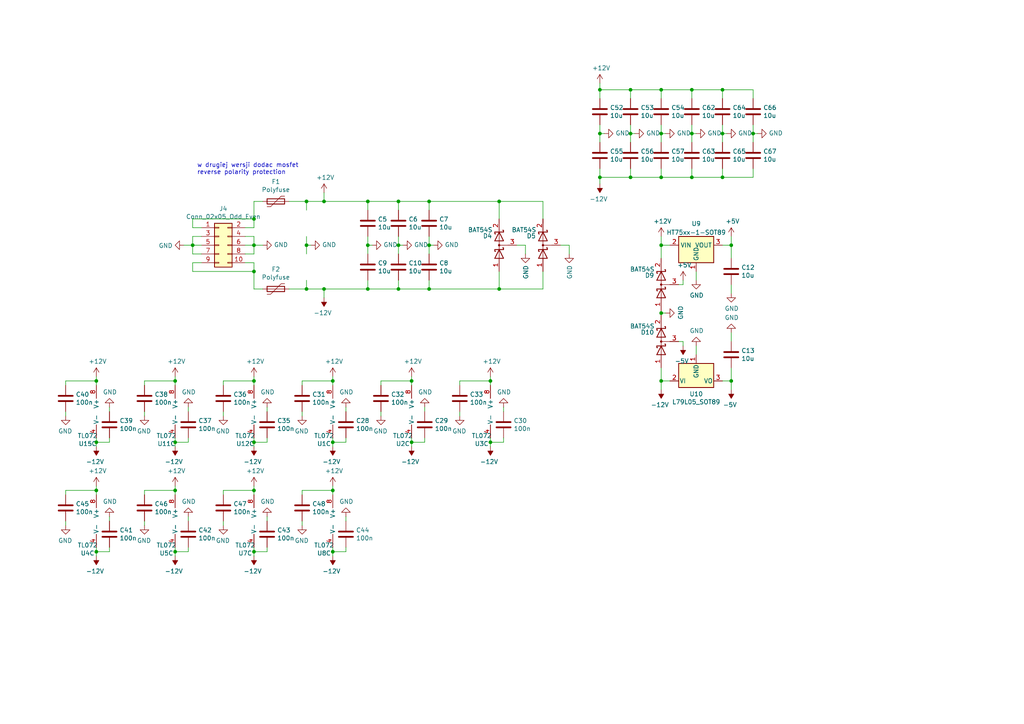
<source format=kicad_sch>
(kicad_sch (version 20231120) (generator "eeschema") (generator_version "8.0")
  (paper "A4")
  (lib_symbols
    (symbol "Amplifier_Operational:TL072" (pin_names (offset 0.127))
      (property "Reference" "U" (at 0 5.08 0))
      (property "Value" "TL072" (at 0 -5.08 0))
      (symbol "TL072_1_1"
        (polyline (pts (xy -5.08 5.08) (xy 5.08 0) (xy -5.08 -5.08) (xy -5.08 5.08)) (stroke (width 0.254)) (fill (type background)))
        (pin output line (at 7.62 0 180) (length 2.54) (name "~") (number "1"))
        (pin input line (at -7.62 -2.54 0) (length 2.54) (name "-") (number "2"))
        (pin input line (at -7.62 2.54 0) (length 2.54) (name "+") (number "3"))
      )
      (symbol "TL072_2_1"
        (polyline (pts (xy -5.08 5.08) (xy 5.08 0) (xy -5.08 -5.08) (xy -5.08 5.08)) (stroke (width 0.254)) (fill (type background)))
        (pin input line (at -7.62 2.54 0) (length 2.54) (name "+") (number "5"))
        (pin input line (at -7.62 -2.54 0) (length 2.54) (name "-") (number "6"))
        (pin output line (at 7.62 0 180) (length 2.54) (name "~") (number "7"))
      )
      (symbol "TL072_3_1"
        (pin power_in line (at -2.54 -7.62 90) (length 3.81) (name "V-") (number "4"))
        (pin power_in line (at -2.54 7.62 270) (length 3.81) (name "V+") (number "8"))
      )
    )
    (symbol "Connector_Generic:Conn_02x05_Odd_Even" (pin_names (offset 1.016) hide)
      (property "Reference" "J" (at 1.27 7.62 0))
      (property "Value" "Conn_02x05_Odd_Even" (at 1.27 -7.62 0))
      (symbol "Conn_02x05_Odd_Even_1_1"
        (rectangle (start -1.27 -4.953) (end 0 -5.207) (stroke (width 0.1524)))
        (rectangle (start -1.27 -2.413) (end 0 -2.667) (stroke (width 0.1524)))
        (rectangle (start -1.27 0.127) (end 0 -0.127) (stroke (width 0.1524)))
        (rectangle (start -1.27 2.667) (end 0 2.413) (stroke (width 0.1524)))
        (rectangle (start -1.27 5.207) (end 0 4.953) (stroke (width 0.1524)))
        (rectangle (start -1.27 6.35) (end 3.81 -6.35) (stroke (width 0.254)) (fill (type background)))
        (rectangle (start 3.81 -4.953) (end 2.54 -5.207) (stroke (width 0.1524)))
        (rectangle (start 3.81 -2.413) (end 2.54 -2.667) (stroke (width 0.1524)))
        (rectangle (start 3.81 0.127) (end 2.54 -0.127) (stroke (width 0.1524)))
        (rectangle (start 3.81 2.667) (end 2.54 2.413) (stroke (width 0.1524)))
        (rectangle (start 3.81 5.207) (end 2.54 4.953) (stroke (width 0.1524)))
        (pin passive line (at -5.08 5.08 0) (length 3.81) (name "Pin_1") (number "1"))
        (pin passive line (at 7.62 -5.08 180) (length 3.81) (name "Pin_10") (number "10"))
        (pin passive line (at 7.62 5.08 180) (length 3.81) (name "Pin_2") (number "2"))
        (pin passive line (at -5.08 2.54 0) (length 3.81) (name "Pin_3") (number "3"))
        (pin passive line (at 7.62 2.54 180) (length 3.81) (name "Pin_4") (number "4"))
        (pin passive line (at -5.08 0 0) (length 3.81) (name "Pin_5") (number "5"))
        (pin passive line (at 7.62 0 180) (length 3.81) (name "Pin_6") (number "6"))
        (pin passive line (at -5.08 -2.54 0) (length 3.81) (name "Pin_7") (number "7"))
        (pin passive line (at 7.62 -2.54 180) (length 3.81) (name "Pin_8") (number "8"))
        (pin passive line (at -5.08 -5.08 0) (length 3.81) (name "Pin_9") (number "9"))
      )
    )
    (symbol "Device:C" (pin_numbers hide) (pin_names (offset 0.254))
      (property "Reference" "C" (at 0.635 2.54 0))
      (property "Value" "C" (at 0.635 -2.54 0))
      (symbol "C_0_1"
        (polyline (pts (xy -2.032 -0.762) (xy 2.032 -0.762)) (stroke (width 0.508)))
        (polyline (pts (xy -2.032 0.762) (xy 2.032 0.762)) (stroke (width 0.508)))
      )
      (symbol "C_1_1"
        (pin passive line (at 0 3.81 270) (length 2.794) (name "~") (number "1"))
        (pin passive line (at 0 -3.81 90) (length 2.794) (name "~") (number "2"))
      )
    )
    (symbol "Device:D_Schottky_Dual_Series_AKC" (pin_names (offset 0.762) hide)
      (property "Reference" "D" (at 1.27 -2.54 0))
      (property "Value" "D_Schottky_Dual_Series_AKC" (at 0 2.54 0))
      (symbol "D_Schottky_Dual_Series_AKC_0_1"
        (polyline (pts (xy -3.81 0) (xy 3.81 0)))
        (polyline (pts (xy 0 0) (xy 0 -2.54)))
        (polyline (pts (xy 6.35 0) (xy 7.62 0)))
        (polyline (pts (xy -1.27 -1.27) (xy -1.27 1.27) (xy -1.27 1.27)) (stroke (width 0.254)))
        (polyline (pts (xy 3.81 1.27) (xy 3.81 -1.27) (xy 3.81 -1.27)) (stroke (width 0.254)))
        (polyline (pts (xy -1.27 -1.27) (xy -0.762 -1.27) (xy -0.762 -1.016) (xy -0.762 -1.016)) (stroke (width 0.254)))
        (polyline (pts (xy 3.81 -1.27) (xy 4.318 -1.27) (xy 4.318 -1.016) (xy 4.318 -1.016)) (stroke (width 0.254)))
        (polyline (pts (xy 3.81 1.27) (xy 3.302 1.27) (xy 3.302 1.016) (xy 3.302 1.016)) (stroke (width 0.254)))
        (polyline (pts (xy -1.778 1.016) (xy -1.778 1.27) (xy -1.27 1.27) (xy -1.27 1.27) (xy -1.27 1.27)) (stroke (width 0.254)))
        (polyline (pts (xy -3.81 1.27) (xy -1.27 0) (xy -3.81 -1.27) (xy -3.81 1.27) (xy -3.81 1.27) (xy -3.81 1.27)) (stroke (width 0.254)))
        (polyline (pts (xy 1.27 1.27) (xy 3.81 0) (xy 1.27 -1.27) (xy 1.27 1.27) (xy 1.27 1.27) (xy 1.27 1.27)) (stroke (width 0.254)))
        (circle (center 0 0) (radius 0.254) (fill (type outline)))
        (pin passive line (at -7.62 0 0) (length 3.81) (name "A") (number "1"))
        (pin passive line (at 7.62 0 180) (length 3.81) (name "K") (number "2"))
        (pin passive line (at 0 -5.08 90) (length 2.54) (name "common") (number "3"))
      )
    )
    (symbol "Device:Polyfuse" (pin_numbers hide) (pin_names (offset 0))
      (property "Reference" "F" (at -2.54 0 90))
      (property "Value" "Polyfuse" (at 2.54 0 90))
      (symbol "Polyfuse_0_1"
        (rectangle (start -0.762 2.54) (end 0.762 -2.54) (stroke (width 0.254)))
        (polyline (pts (xy 0 2.54) (xy 0 -2.54)))
        (polyline (pts (xy -1.524 2.54) (xy -1.524 1.524) (xy 1.524 -1.524) (xy 1.524 -2.54)))
      )
      (symbol "Polyfuse_1_1"
        (pin passive line (at 0 3.81 270) (length 1.27) (name "~") (number "1"))
        (pin passive line (at 0 -3.81 90) (length 1.27) (name "~") (number "2"))
      )
    )
    (symbol "Regulator_Linear:HT75xx-1-SOT89"
      (property "Reference" "U" (at -5.08 -3.81 0))
      (property "Value" "HT75xx-1-SOT89" (at 0 6.35 0))
      (symbol "HT75xx-1-SOT89_0_1"
        (rectangle (start -5.08 5.08) (end 5.08 -2.54) (stroke (width 0.254)) (fill (type background)))
      )
      (symbol "HT75xx-1-SOT89_1_1"
        (pin power_in line (at 0 -5.08 90) (length 2.54) (name "GND") (number "1"))
        (pin power_in line (at -7.62 2.54 0) (length 2.54) (name "VIN") (number "2"))
        (pin power_out line (at 7.62 2.54 180) (length 2.54) (name "VOUT") (number "3"))
      )
    )
    (symbol "Regulator_Linear:L79L05_SOT89" (pin_names (offset 0.254))
      (property "Reference" "U" (at -3.81 -3.175 0))
      (property "Value" "L79L05_SOT89" (at 0 -3.175 0))
      (symbol "L79L05_SOT89_0_1"
        (rectangle (start -5.08 5.08) (end 5.08 -1.905) (stroke (width 0.254)) (fill (type background)))
      )
      (symbol "L79L05_SOT89_1_1"
        (pin power_in line (at 0 7.62 270) (length 2.54) (name "GND") (number "1"))
        (pin power_in line (at -7.62 0 0) (length 2.54) (name "VI") (number "2"))
        (pin power_out line (at 7.62 0 180) (length 2.54) (name "VO") (number "3"))
      )
    )
    (symbol "power:+12V" (power) (pin_names (offset 0))
      (property "Value" "+12V" (at 0 3.556 0))
      (symbol "+12V_0_1"
        (polyline (pts (xy -0.762 1.27) (xy 0 2.54)))
        (polyline (pts (xy 0 0) (xy 0 2.54)))
        (polyline (pts (xy 0 2.54) (xy 0.762 1.27)))
      )
      (symbol "+12V_1_1"
        (pin power_in line (at 0 0 90) (length 0) hide (name "+12V") (number "1"))
      )
    )
    (symbol "power:+5V" (power) (pin_names (offset 0))
      (property "Value" "+5V" (at 0 3.556 0))
      (symbol "+5V_0_1"
        (polyline (pts (xy -0.762 1.27) (xy 0 2.54)))
        (polyline (pts (xy 0 0) (xy 0 2.54)))
        (polyline (pts (xy 0 2.54) (xy 0.762 1.27)))
      )
      (symbol "+5V_1_1"
        (pin power_in line (at 0 0 90) (length 0) hide (name "+5V") (number "1"))
      )
    )
    (symbol "power:-12V" (power) (pin_names (offset 0))
      (property "Value" "-12V" (at 0 3.81 0))
      (symbol "-12V_0_0"
        (pin power_in line (at 0 0 90) (length 0) hide (name "-12V") (number "1"))
      )
      (symbol "-12V_0_1"
        (polyline (pts (xy 0 0) (xy 0 1.27) (xy 0.762 1.27) (xy 0 2.54) (xy -0.762 1.27) (xy 0 1.27)) (fill (type outline)))
      )
    )
    (symbol "power:-5V" (power) (pin_names (offset 0))
      (property "Value" "-5V" (at 0 3.81 0))
      (symbol "-5V_0_0"
        (pin power_in line (at 0 0 90) (length 0) hide (name "-5V") (number "1"))
      )
      (symbol "-5V_0_1"
        (polyline (pts (xy 0 0) (xy 0 1.27) (xy 0.762 1.27) (xy 0 2.54) (xy -0.762 1.27) (xy 0 1.27)) (fill (type outline)))
      )
    )
    (symbol "power:GND" (power) (pin_names (offset 0))
      (property "Value" "GND" (at 0 -3.81 0))
      (symbol "GND_0_1"
        (polyline (pts (xy 0 0) (xy 0 -1.27) (xy 1.27 -1.27) (xy 0 -2.54) (xy -1.27 -1.27) (xy 0 -1.27)))
      )
      (symbol "GND_1_1"
        (pin power_in line (at 0 0 270) (length 0) hide (name "GND") (number "1"))
      )
    )
  )
  (junction (at 27.94 110.49))
  (junction (at 191.77 110.49))
  (junction (at 73.66 160.02))
  (junction (at 119.38 110.49))
  (junction (at 115.57 83.82))
  (junction (at 182.88 38.735))
  (junction (at 142.24 110.49))
  (junction (at 200.66 38.735))
  (junction (at 124.46 71.12))
  (junction (at 200.66 51.435))
  (junction (at 212.09 71.12))
  (junction (at 96.52 110.49))
  (junction (at 115.57 58.42))
  (junction (at 173.99 51.435))
  (junction (at 96.52 142.24))
  (junction (at 144.78 83.82))
  (junction (at 106.68 58.42))
  (junction (at 119.38 128.27))
  (junction (at 93.98 83.82))
  (junction (at 191.77 51.435))
  (junction (at 50.8 142.24))
  (junction (at 209.55 51.435))
  (junction (at 88.9 83.82))
  (junction (at 106.68 83.82))
  (junction (at 27.94 142.24))
  (junction (at 115.57 71.12))
  (junction (at 73.66 110.49))
  (junction (at 173.99 38.735))
  (junction (at 142.24 128.27))
  (junction (at 88.9 58.42))
  (junction (at 182.88 51.435))
  (junction (at 50.8 160.02))
  (junction (at 73.66 71.12))
  (junction (at 218.44 38.735))
  (junction (at 88.9 71.12))
  (junction (at 93.98 58.42))
  (junction (at 209.55 26.035))
  (junction (at 124.46 58.42))
  (junction (at 55.88 71.12))
  (junction (at 124.46 83.82))
  (junction (at 209.55 38.735))
  (junction (at 191.77 90.805))
  (junction (at 73.66 142.24))
  (junction (at 173.99 26.035))
  (junction (at 212.09 110.49))
  (junction (at 27.94 160.02))
  (junction (at 73.66 128.27))
  (junction (at 191.77 26.035))
  (junction (at 144.78 58.42))
  (junction (at 200.66 26.035))
  (junction (at 191.77 71.12))
  (junction (at 191.77 38.735))
  (junction (at 73.66 78.74))
  (junction (at 96.52 160.02))
  (junction (at 50.8 110.49))
  (junction (at 182.88 26.035))
  (junction (at 96.52 128.27))
  (junction (at 27.94 128.27))
  (junction (at 50.8 128.27))
  (junction (at 106.68 71.12))
  (junction (at 73.66 63.5))
  (wire (pts (xy 212.09 85.09) (xy 212.09 82.55)))
  (wire (pts (xy 218.44 36.195) (xy 218.44 38.735)))
  (wire (pts (xy 27.94 160.02) (xy 27.94 158.75)))
  (wire (pts (xy 41.91 110.49) (xy 41.91 111.76)))
  (wire (pts (xy 165.1 73.66) (xy 165.1 71.12)))
  (wire (pts (xy 196.85 82.55) (xy 198.12 82.55)))
  (wire (pts (xy 165.1 71.12) (xy 162.56 71.12)))
  (wire (pts (xy 193.04 90.805) (xy 191.77 90.805)))
  (wire (pts (xy 157.48 58.42) (xy 157.48 63.5)))
  (wire (pts (xy 31.75 128.27) (xy 31.75 127)))
  (wire (pts (xy 19.05 110.49) (xy 19.05 111.76)))
  (wire (pts (xy 41.91 120.65) (xy 41.91 119.38)))
  (wire (pts (xy 87.63 110.49) (xy 87.63 111.76)))
  (wire (pts (xy 87.63 120.65) (xy 87.63 119.38)))
  (wire (pts (xy 93.98 58.42) (xy 106.68 58.42)))
  (wire (pts (xy 123.19 128.27) (xy 123.19 127)))
  (wire (pts (xy 209.55 110.49) (xy 212.09 110.49)))
  (wire (pts (xy 209.55 48.895) (xy 209.55 51.435)))
  (wire (pts (xy 50.8 160.02) (xy 50.8 158.75)))
  (wire (pts (xy 96.52 129.54) (xy 96.52 128.27)))
  (wire (pts (xy 133.35 110.49) (xy 133.35 111.76)))
  (wire (pts (xy 142.24 111.76) (xy 142.24 110.49)))
  (wire (pts (xy 73.66 83.82) (xy 73.66 78.74)))
  (wire (pts (xy 115.57 71.12) (xy 115.57 73.66)))
  (wire (pts (xy 73.66 160.02) (xy 77.47 160.02)))
  (wire (pts (xy 31.75 160.02) (xy 31.75 158.75)))
  (wire (pts (xy 100.33 160.02) (xy 100.33 158.75)))
  (wire (pts (xy 119.38 128.27) (xy 119.38 127)))
  (wire (pts (xy 64.77 142.24) (xy 64.77 143.51)))
  (wire (pts (xy 209.55 38.735) (xy 209.55 41.275)))
  (wire (pts (xy 191.77 36.195) (xy 191.77 38.735)))
  (wire (pts (xy 50.8 111.76) (xy 50.8 110.49)))
  (wire (pts (xy 73.66 111.76) (xy 73.66 110.49)))
  (wire (pts (xy 87.63 142.24) (xy 87.63 143.51)))
  (wire (pts (xy 173.99 36.195) (xy 173.99 38.735)))
  (wire (pts (xy 83.82 58.42) (xy 88.9 58.42)))
  (wire (pts (xy 106.68 83.82) (xy 115.57 83.82)))
  (wire (pts (xy 182.88 26.035) (xy 191.77 26.035)))
  (wire (pts (xy 96.52 110.49) (xy 87.63 110.49)))
  (wire (pts (xy 198.12 99.06) (xy 198.12 100.33)))
  (wire (pts (xy 125.73 71.12) (xy 124.46 71.12)))
  (wire (pts (xy 100.33 128.27) (xy 100.33 127)))
  (wire (pts (xy 50.8 128.27) (xy 50.8 127)))
  (wire (pts (xy 50.8 142.24) (xy 41.91 142.24)))
  (wire (pts (xy 73.66 128.27) (xy 77.47 128.27)))
  (wire (pts (xy 173.99 24.13) (xy 173.99 26.035)))
  (wire (pts (xy 173.99 28.575) (xy 173.99 26.035)))
  (wire (pts (xy 96.52 160.02) (xy 96.52 158.75)))
  (wire (pts (xy 64.77 120.65) (xy 64.77 119.38)))
  (wire (pts (xy 152.4 71.12) (xy 149.86 71.12)))
  (wire (pts (xy 50.8 142.24) (xy 50.8 140.97)))
  (wire (pts (xy 173.99 26.035) (xy 182.88 26.035)))
  (wire (pts (xy 210.82 38.735) (xy 209.55 38.735)))
  (wire (pts (xy 191.77 51.435) (xy 191.77 48.895)))
  (wire (pts (xy 173.99 51.435) (xy 182.88 51.435)))
  (wire (pts (xy 55.88 73.66) (xy 55.88 71.12)))
  (wire (pts (xy 144.78 58.42) (xy 157.48 58.42)))
  (wire (pts (xy 212.09 96.52) (xy 212.09 99.06)))
  (wire (pts (xy 96.52 110.49) (xy 96.52 109.22)))
  (wire (pts (xy 76.2 71.12) (xy 73.66 71.12)))
  (wire (pts (xy 142.24 110.49) (xy 133.35 110.49)))
  (wire (pts (xy 96.52 160.02) (xy 100.33 160.02)))
  (wire (pts (xy 119.38 110.49) (xy 119.38 109.22)))
  (wire (pts (xy 50.8 110.49) (xy 41.91 110.49)))
  (wire (pts (xy 19.05 142.24) (xy 19.05 143.51)))
  (wire (pts (xy 119.38 110.49) (xy 110.49 110.49)))
  (wire (pts (xy 157.48 78.74) (xy 157.48 83.82)))
  (wire (pts (xy 212.09 113.03) (xy 212.09 110.49)))
  (wire (pts (xy 110.49 120.65) (xy 110.49 119.38)))
  (wire (pts (xy 194.31 110.49) (xy 191.77 110.49)))
  (wire (pts (xy 144.78 78.74) (xy 144.78 83.82)))
  (wire (pts (xy 209.55 26.035) (xy 218.44 26.035)))
  (wire (pts (xy 55.88 71.12) (xy 58.42 71.12)))
  (wire (pts (xy 27.94 161.29) (xy 27.94 160.02)))
  (wire (pts (xy 157.48 83.82) (xy 144.78 83.82)))
  (wire (pts (xy 50.8 143.51) (xy 50.8 142.24)))
  (wire (pts (xy 115.57 83.82) (xy 124.46 83.82)))
  (wire (pts (xy 27.94 110.49) (xy 27.94 109.22)))
  (wire (pts (xy 71.12 73.66) (xy 73.66 73.66)))
  (wire (pts (xy 27.94 128.27) (xy 27.94 127)))
  (wire (pts (xy 93.98 58.42) (xy 93.98 55.88)))
  (wire (pts (xy 182.88 48.895) (xy 182.88 51.435)))
  (wire (pts (xy 119.38 128.27) (xy 123.19 128.27)))
  (wire (pts (xy 142.24 128.27) (xy 142.24 127)))
  (wire (pts (xy 115.57 60.96) (xy 115.57 58.42)))
  (wire (pts (xy 73.66 63.5) (xy 73.66 58.42)))
  (wire (pts (xy 93.98 83.82) (xy 106.68 83.82)))
  (wire (pts (xy 173.99 51.435) (xy 173.99 53.34)))
  (wire (pts (xy 96.52 128.27) (xy 96.52 127)))
  (wire (pts (xy 27.94 129.54) (xy 27.94 128.27)))
  (wire (pts (xy 100.33 151.13) (xy 100.33 149.86)))
  (wire (pts (xy 191.77 26.035) (xy 200.66 26.035)))
  (wire (pts (xy 116.84 71.12) (xy 115.57 71.12)))
  (wire (pts (xy 191.77 71.12) (xy 191.77 74.93)))
  (wire (pts (xy 50.8 161.29) (xy 50.8 160.02)))
  (wire (pts (xy 90.17 71.12) (xy 88.9 71.12)))
  (wire (pts (xy 41.91 152.4) (xy 41.91 151.13)))
  (wire (pts (xy 73.66 73.66) (xy 73.66 71.12)))
  (wire (pts (xy 200.66 36.195) (xy 200.66 38.735)))
  (wire (pts (xy 191.77 110.49) (xy 191.77 113.03)))
  (wire (pts (xy 88.9 81.28) (xy 88.9 83.82)))
  (wire (pts (xy 124.46 58.42) (xy 124.46 60.96)))
  (wire (pts (xy 219.71 38.735) (xy 218.44 38.735)))
  (wire (pts (xy 50.8 110.49) (xy 50.8 109.22)))
  (wire (pts (xy 55.88 71.12) (xy 55.88 68.58)))
  (wire (pts (xy 124.46 83.82) (xy 124.46 81.28)))
  (wire (pts (xy 73.66 110.49) (xy 73.66 109.22)))
  (wire (pts (xy 88.9 68.58) (xy 88.9 71.12)))
  (wire (pts (xy 124.46 68.58) (xy 124.46 71.12)))
  (wire (pts (xy 53.34 71.12) (xy 55.88 71.12)))
  (wire (pts (xy 77.47 128.27) (xy 77.47 127)))
  (wire (pts (xy 106.68 81.28) (xy 106.68 83.82)))
  (wire (pts (xy 182.88 36.195) (xy 182.88 38.735)))
  (wire (pts (xy 191.77 90.17) (xy 191.77 90.805)))
  (wire (pts (xy 200.66 48.895) (xy 200.66 51.435)))
  (wire (pts (xy 96.52 111.76) (xy 96.52 110.49)))
  (wire (pts (xy 73.66 71.12) (xy 71.12 71.12)))
  (wire (pts (xy 209.55 51.435) (xy 218.44 51.435)))
  (wire (pts (xy 133.35 120.65) (xy 133.35 119.38)))
  (wire (pts (xy 142.24 129.54) (xy 142.24 128.27)))
  (wire (pts (xy 54.61 151.13) (xy 54.61 149.86)))
  (wire (pts (xy 200.66 51.435) (xy 209.55 51.435)))
  (wire (pts (xy 212.09 71.12) (xy 212.09 74.93)))
  (wire (pts (xy 124.46 58.42) (xy 144.78 58.42)))
  (wire (pts (xy 27.94 110.49) (xy 19.05 110.49)))
  (wire (pts (xy 71.12 76.2) (xy 73.66 76.2)))
  (wire (pts (xy 55.88 76.2) (xy 58.42 76.2)))
  (wire (pts (xy 191.77 90.805) (xy 191.77 91.44)))
  (wire (pts (xy 209.55 36.195) (xy 209.55 38.735)))
  (wire (pts (xy 106.68 60.96) (xy 106.68 58.42)))
  (wire (pts (xy 88.9 83.82) (xy 83.82 83.82)))
  (wire (pts (xy 55.88 68.58) (xy 58.42 68.58)))
  (wire (pts (xy 58.42 66.04) (xy 55.88 66.04)))
  (wire (pts (xy 54.61 128.27) (xy 54.61 127)))
  (wire (pts (xy 182.88 28.575) (xy 182.88 26.035)))
  (wire (pts (xy 146.05 118.11) (xy 146.05 119.38)))
  (wire (pts (xy 173.99 48.895) (xy 173.99 51.435)))
  (wire (pts (xy 124.46 71.12) (xy 124.46 73.66)))
  (wire (pts (xy 191.77 38.735) (xy 191.77 41.275)))
  (wire (pts (xy 88.9 58.42) (xy 88.9 60.96)))
  (wire (pts (xy 184.15 38.735) (xy 182.88 38.735)))
  (wire (pts (xy 191.77 110.49) (xy 191.77 106.68)))
  (wire (pts (xy 115.57 81.28) (xy 115.57 83.82)))
  (wire (pts (xy 212.09 110.49) (xy 212.09 106.68)))
  (wire (pts (xy 55.88 78.74) (xy 55.88 76.2)))
  (wire (pts (xy 73.66 68.58) (xy 73.66 71.12)))
  (wire (pts (xy 201.93 102.87) (xy 201.93 100.33)))
  (wire (pts (xy 55.88 66.04) (xy 55.88 63.5)))
  (wire (pts (xy 191.77 26.035) (xy 191.77 28.575)))
  (wire (pts (xy 106.68 68.58) (xy 106.68 71.12)))
  (wire (pts (xy 27.94 160.02) (xy 31.75 160.02)))
  (wire (pts (xy 73.66 76.2) (xy 73.66 78.74)))
  (wire (pts (xy 198.12 82.55) (xy 198.12 81.28)))
  (wire (pts (xy 193.04 38.735) (xy 191.77 38.735)))
  (wire (pts (xy 209.55 71.12) (xy 212.09 71.12)))
  (wire (pts (xy 73.66 110.49) (xy 64.77 110.49)))
  (wire (pts (xy 144.78 83.82) (xy 124.46 83.82)))
  (wire (pts (xy 27.94 142.24) (xy 19.05 142.24)))
  (wire (pts (xy 73.66 66.04) (xy 71.12 66.04)))
  (wire (pts (xy 182.88 38.735) (xy 182.88 41.275)))
  (wire (pts (xy 73.66 143.51) (xy 73.66 142.24)))
  (wire (pts (xy 73.66 58.42) (xy 76.2 58.42)))
  (wire (pts (xy 64.77 110.49) (xy 64.77 111.76)))
  (wire (pts (xy 200.66 28.575) (xy 200.66 26.035)))
  (wire (pts (xy 96.52 142.24) (xy 96.52 140.97)))
  (wire (pts (xy 19.05 152.4) (xy 19.05 151.13)))
  (wire (pts (xy 31.75 151.13) (xy 31.75 149.86)))
  (wire (pts (xy 173.99 38.735) (xy 173.99 41.275)))
  (wire (pts (xy 218.44 51.435) (xy 218.44 48.895)))
  (wire (pts (xy 110.49 110.49) (xy 110.49 111.76)))
  (wire (pts (xy 88.9 58.42) (xy 93.98 58.42)))
  (wire (pts (xy 107.95 71.12) (xy 106.68 71.12)))
  (wire (pts (xy 96.52 161.29) (xy 96.52 160.02)))
  (wire (pts (xy 87.63 152.4) (xy 87.63 151.13)))
  (wire (pts (xy 201.93 78.74) (xy 201.93 81.28)))
  (wire (pts (xy 50.8 160.02) (xy 54.61 160.02)))
  (wire (pts (xy 73.66 63.5) (xy 73.66 66.04)))
  (wire (pts (xy 54.61 119.38) (xy 54.61 118.11)))
  (wire (pts (xy 152.4 73.66) (xy 152.4 71.12)))
  (wire (pts (xy 100.33 119.38) (xy 100.33 118.11)))
  (wire (pts (xy 119.38 129.54) (xy 119.38 128.27)))
  (wire (pts (xy 50.8 128.27) (xy 54.61 128.27)))
  (wire (pts (xy 142.24 128.27) (xy 146.05 128.27)))
  (wire (pts (xy 93.98 83.82) (xy 88.9 83.82)))
  (wire (pts (xy 106.68 58.42) (xy 115.57 58.42)))
  (wire (pts (xy 27.94 142.24) (xy 27.94 140.97)))
  (wire (pts (xy 96.52 143.51) (xy 96.52 142.24)))
  (wire (pts (xy 106.68 71.12) (xy 106.68 73.66)))
  (wire (pts (xy 73.66 78.74) (xy 55.88 78.74)))
  (wire (pts (xy 175.26 38.735) (xy 173.99 38.735)))
  (wire (pts (xy 115.57 58.42) (xy 124.46 58.42)))
  (wire (pts (xy 71.12 68.58) (xy 73.66 68.58)))
  (wire (pts (xy 96.52 142.24) (xy 87.63 142.24)))
  (wire (pts (xy 27.94 143.51) (xy 27.94 142.24)))
  (wire (pts (xy 119.38 111.76) (xy 119.38 110.49)))
  (wire (pts (xy 55.88 63.5) (xy 73.66 63.5)))
  (wire (pts (xy 73.66 142.24) (xy 64.77 142.24)))
  (wire (pts (xy 209.55 28.575) (xy 209.55 26.035)))
  (wire (pts (xy 142.24 110.49) (xy 142.24 109.22)))
  (wire (pts (xy 73.66 129.54) (xy 73.66 128.27)))
  (wire (pts (xy 27.94 111.76) (xy 27.94 110.49)))
  (wire (pts (xy 146.05 128.27) (xy 146.05 127)))
  (wire (pts (xy 31.75 119.38) (xy 31.75 118.11)))
  (wire (pts (xy 201.93 38.735) (xy 200.66 38.735)))
  (wire (pts (xy 144.78 58.42) (xy 144.78 63.5)))
  (wire (pts (xy 41.91 142.24) (xy 41.91 143.51)))
  (wire (pts (xy 218.44 26.035) (xy 218.44 28.575)))
  (wire (pts (xy 123.19 119.38) (xy 123.19 118.11)))
  (wire (pts (xy 73.66 142.24) (xy 73.66 140.97)))
  (wire (pts (xy 200.66 26.035) (xy 209.55 26.035)))
  (wire (pts (xy 96.52 128.27) (xy 100.33 128.27)))
  (wire (pts (xy 93.98 86.36) (xy 93.98 83.82)))
  (wire (pts (xy 58.42 73.66) (xy 55.88 73.66)))
  (wire (pts (xy 200.66 38.735) (xy 200.66 41.275)))
  (wire (pts (xy 73.66 128.27) (xy 73.66 127)))
  (wire (pts (xy 77.47 151.13) (xy 77.47 149.86)))
  (wire (pts (xy 88.9 71.12) (xy 88.9 73.66)))
  (wire (pts (xy 194.31 71.12) (xy 191.77 71.12)))
  (wire (pts (xy 54.61 160.02) (xy 54.61 158.75)))
  (wire (pts (xy 77.47 119.38) (xy 77.47 118.11)))
  (wire (pts (xy 115.57 68.58) (xy 115.57 71.12)))
  (wire (pts (xy 50.8 129.54) (xy 50.8 128.27)))
  (wire (pts (xy 73.66 161.29) (xy 73.66 160.02)))
  (wire (pts (xy 27.94 128.27) (xy 31.75 128.27)))
  (wire (pts (xy 76.2 83.82) (xy 73.66 83.82)))
  (wire (pts (xy 73.66 160.02) (xy 73.66 158.75)))
  (wire (pts (xy 196.85 99.06) (xy 198.12 99.06)))
  (wire (pts (xy 182.88 51.435) (xy 191.77 51.435)))
  (wire (pts (xy 191.77 71.12) (xy 191.77 68.58)))
  (wire (pts (xy 212.09 68.58) (xy 212.09 71.12)))
  (wire (pts (xy 218.44 38.735) (xy 218.44 41.275)))
  (wire (pts (xy 19.05 120.65) (xy 19.05 119.38)))
  (wire (pts (xy 64.77 152.4) (xy 64.77 151.13)))
  (wire (pts (xy 191.77 51.435) (xy 200.66 51.435)))
  (wire (pts (xy 77.47 160.02) (xy 77.47 158.75)))
  (text "w drugiej wersji dodac mosfet\nreverse polarity protection" (at 57.15 50.8 0) (effects (font (size 1.27 1.27)) (justify left bottom)))
  (symbol (lib_id "power:+5V") (at 212.09 68.58 0) (unit 1)
    (property "Reference" "#PWR0141" (effects (hide yes)))
    (property "Value" "+5V" (at 212.471 64.1858 0))
  )
  (symbol (lib_id "power:+12V") (at 93.98 55.88 0) (unit 1)
    (property "Reference" "#PWR0142" (effects (hide yes)))
    (property "Value" "+12V" (at 94.361 51.4858 0))
  )
  (symbol (lib_id "power:-12V") (at 191.77 113.03 180) (unit 1)
    (property "Reference" "#PWR0143" (effects (hide yes)))
    (property "Value" "-12V" (at 191.389 117.4242 0))
  )
  (symbol (lib_id "Connector_Generic:Conn_02x05_Odd_Even") (at 63.5 71.12 0) (unit 1)
    (property "Reference" "J4" (at 64.77 60.5282 0))
    (property "Value" "Conn_02x05_Odd_Even" (at 64.77 62.8396 0))
    (property "Footprint" "Connector_PinHeader_2.54mm:PinHeader_2x05_P2.54mm_Vertical_SMD" (effects (hide yes)))
  )
  (symbol (lib_id "power:GND") (at 53.34 71.12 270) (unit 1)
    (property "Reference" "#PWR0144" (effects (hide yes)))
    (property "Value" "GND" (at 50.0888 71.247 90) (effects (justify right)))
  )
  (symbol (lib_id "power:GND") (at 76.2 71.12 90) (unit 1)
    (property "Reference" "#PWR0145" (effects (hide yes)))
    (property "Value" "GND" (at 79.4512 70.993 90) (effects (justify right)))
  )
  (symbol (lib_id "Device:Polyfuse") (at 80.01 58.42 270) (unit 1)
    (property "Reference" "F1" (at 80.01 52.705 90))
    (property "Value" "Polyfuse" (at 80.01 55.0164 90))
    (property "Footprint" "Fuse:Fuse_0805_2012Metric" (effects (hide yes)))
  )
  (symbol (lib_id "Device:Polyfuse") (at 80.01 83.82 270) (unit 1)
    (property "Reference" "F2" (at 80.01 78.105 90))
    (property "Value" "Polyfuse" (at 80.01 80.4164 90))
    (property "Footprint" "Fuse:Fuse_0805_2012Metric" (effects (hide yes)))
  )
  (symbol (lib_id "power:+12V") (at 191.77 68.58 0) (unit 1)
    (property "Reference" "#PWR0146" (effects (hide yes)))
    (property "Value" "+12V" (at 192.151 64.1858 0))
  )
  (symbol (lib_id "power:GND") (at 201.93 81.28 0) (unit 1)
    (property "Reference" "#PWR0147" (effects (hide yes)))
    (property "Value" "GND" (at 202.057 85.6742 0))
  )
  (symbol (lib_id "power:GND") (at 212.09 85.09 0) (unit 1)
    (property "Reference" "#PWR0148" (effects (hide yes)))
    (property "Value" "GND" (at 212.217 89.4842 0))
  )
  (symbol (lib_id "power:-5V") (at 212.09 113.03 180) (unit 1)
    (property "Reference" "#PWR0150" (effects (hide yes)))
    (property "Value" "-5V" (at 211.709 117.4242 0))
  )
  (symbol (lib_id "Regulator_Linear:L79L05_SOT89") (at 201.93 110.49 0) (unit 1)
    (property "Reference" "U10" (at 201.93 114.2746 0))
    (property "Value" "L79L05_SOT89" (at 201.93 116.586 0))
    (property "Footprint" "Package_TO_SOT_SMD:SOT-89-3" (effects (hide yes)))
    (property "Datasheet" "http://www.farnell.com/datasheets/1827870.pdf" (effects (hide yes)))
  )
  (symbol (lib_id "Device:C") (at 124.46 77.47 0) (unit 1)
    (property "Reference" "C8" (at 127.381 76.3016 0) (effects (justify left)))
    (property "Value" "10u" (at 127.381 78.613 0) (effects (justify left)))
    (property "Footprint" "Capacitor_SMD:C_0805_2012Metric" (effects (hide yes)))
  )
  (symbol (lib_id "power:GND") (at 201.93 100.33 0) (mirror x) (unit 1)
    (property "Reference" "#PWR0151" (effects (hide yes)))
    (property "Value" "GND" (at 202.057 95.9358 0))
  )
  (symbol (lib_id "power:GND") (at 212.09 96.52 0) (mirror x) (unit 1)
    (property "Reference" "#PWR0152" (effects (hide yes)))
    (property "Value" "GND" (at 212.217 92.1258 0))
  )
  (symbol (lib_id "power:-12V") (at 93.98 86.36 180) (unit 1)
    (property "Reference" "#PWR0154" (effects (hide yes)))
    (property "Value" "-12V" (at 93.599 90.7542 0))
  )
  (symbol (lib_id "power:GND") (at 90.17 71.12 90) (unit 1)
    (property "Reference" "#PWR0156" (effects (hide yes)))
    (property "Value" "GND" (at 93.4212 70.993 90) (effects (justify right)))
  )
  (symbol (lib_id "Device:C") (at 106.68 77.47 0) (unit 1)
    (property "Reference" "C9" (at 109.601 76.3016 0) (effects (justify left)))
    (property "Value" "10u" (at 109.601 78.613 0) (effects (justify left)))
    (property "Footprint" "Capacitor_SMD:C_0805_2012Metric" (effects (hide yes)))
  )
  (symbol (lib_id "Device:C") (at 106.68 64.77 0) (unit 1)
    (property "Reference" "C5" (at 109.601 63.6016 0) (effects (justify left)))
    (property "Value" "10u" (at 109.601 65.913 0) (effects (justify left)))
    (property "Footprint" "Capacitor_SMD:C_0805_2012Metric" (effects (hide yes)))
  )
  (symbol (lib_id "power:GND") (at 107.95 71.12 90) (unit 1)
    (property "Reference" "#PWR0157" (effects (hide yes)))
    (property "Value" "GND" (at 111.2012 70.993 90) (effects (justify right)))
  )
  (symbol (lib_id "Device:C") (at 115.57 77.47 0) (unit 1)
    (property "Reference" "C10" (at 118.491 76.3016 0) (effects (justify left)))
    (property "Value" "10u" (at 118.491 78.613 0) (effects (justify left)))
    (property "Footprint" "Capacitor_SMD:C_0805_2012Metric" (effects (hide yes)))
  )
  (symbol (lib_id "Device:C") (at 115.57 64.77 0) (unit 1)
    (property "Reference" "C6" (at 118.491 63.6016 0) (effects (justify left)))
    (property "Value" "10u" (at 118.491 65.913 0) (effects (justify left)))
    (property "Footprint" "Capacitor_SMD:C_0805_2012Metric" (effects (hide yes)))
  )
  (symbol (lib_id "power:GND") (at 116.84 71.12 90) (unit 1)
    (property "Reference" "#PWR0158" (effects (hide yes)))
    (property "Value" "GND" (at 120.0912 70.993 90) (effects (justify right)))
  )
  (symbol (lib_id "Device:C") (at 124.46 64.77 0) (unit 1)
    (property "Reference" "C7" (at 127.381 63.6016 0) (effects (justify left)))
    (property "Value" "10u" (at 127.381 65.913 0) (effects (justify left)))
    (property "Footprint" "Capacitor_SMD:C_0805_2012Metric" (effects (hide yes)))
  )
  (symbol (lib_id "power:GND") (at 125.73 71.12 90) (unit 1)
    (property "Reference" "#PWR0159" (effects (hide yes)))
    (property "Value" "GND" (at 128.9812 70.993 90) (effects (justify right)))
  )
  (symbol (lib_id "power:GND") (at 152.4 73.66 0) (unit 1)
    (property "Reference" "#PWR0155" (effects (hide yes)))
    (property "Value" "GND" (at 152.527 76.9112 90) (effects (justify right)))
  )
  (symbol (lib_id "power:GND") (at 165.1 73.66 0) (unit 1)
    (property "Reference" "#PWR0184" (effects (hide yes)))
    (property "Value" "GND" (at 165.227 76.9112 90) (effects (justify right)))
  )
  (symbol (lib_id "power:+12V") (at 142.24 109.22 0) (unit 1)
    (property "Reference" "#PWR0201" (effects (hide yes)))
    (property "Value" "+12V" (at 142.621 104.8258 0))
  )
  (symbol (lib_id "power:-12V") (at 142.24 129.54 180) (unit 1)
    (property "Reference" "#PWR0202" (effects (hide yes)))
    (property "Value" "-12V" (at 141.859 133.9342 0))
  )
  (symbol (lib_id "Amplifier_Operational:TL072") (at 139.7 119.38 0) (mirror y) (unit 3)
    (property "Reference" "U3" (at 139.7 128.7018 0))
    (property "Value" "TL072" (at 139.7 126.3904 0))
    (property "Footprint" "Package_SO:SOIC-8_3.9x4.9mm_P1.27mm" (effects (hide yes)))
    (property "Datasheet" "http://www.ti.com/lit/ds/symlink/tl071.pdf" (effects (hide yes)))
  )
  (symbol (lib_id "Device:C") (at 146.05 123.19 0) (unit 1)
    (property "Reference" "C30" (at 148.971 122.0216 0) (effects (justify left)))
    (property "Value" "100n" (at 148.971 124.333 0) (effects (justify left)))
    (property "Footprint" "Capacitor_SMD:C_0603_1608Metric" (effects (hide yes)))
  )
  (symbol (lib_id "Device:C") (at 133.35 115.57 0) (unit 1)
    (property "Reference" "C33" (at 136.271 114.4016 0) (effects (justify left)))
    (property "Value" "100n" (at 136.271 116.713 0) (effects (justify left)))
    (property "Footprint" "Capacitor_SMD:C_0603_1608Metric" (effects (hide yes)))
  )
  (symbol (lib_id "power:GND") (at 146.05 118.11 0) (mirror x) (unit 1)
    (property "Reference" "#PWR0203" (effects (hide yes)))
    (property "Value" "GND" (at 146.177 113.7158 0))
  )
  (symbol (lib_id "power:GND") (at 133.35 120.65 0) (mirror y) (unit 1)
    (property "Reference" "#PWR0204" (effects (hide yes)))
    (property "Value" "GND" (at 133.223 125.0442 0))
  )
  (symbol (lib_id "power:+12V") (at 119.38 109.22 0) (unit 1)
    (property "Reference" "#PWR0205" (effects (hide yes)))
    (property "Value" "+12V" (at 119.761 104.8258 0))
  )
  (symbol (lib_id "power:-12V") (at 119.38 129.54 180) (unit 1)
    (property "Reference" "#PWR0206" (effects (hide yes)))
    (property "Value" "-12V" (at 118.999 133.9342 0))
  )
  (symbol (lib_id "Amplifier_Operational:TL072") (at 116.84 119.38 0) (mirror y) (unit 3)
    (property "Reference" "U2" (at 116.84 128.7018 0))
    (property "Value" "TL072" (at 116.84 126.3904 0))
    (property "Footprint" "Package_SO:SOIC-8_3.9x4.9mm_P1.27mm" (effects (hide yes)))
    (property "Datasheet" "http://www.ti.com/lit/ds/symlink/tl071.pdf" (effects (hide yes)))
  )
  (symbol (lib_id "Device:C") (at 123.19 123.19 0) (unit 1)
    (property "Reference" "C29" (at 126.111 122.0216 0) (effects (justify left)))
    (property "Value" "100n" (at 126.111 124.333 0) (effects (justify left)))
    (property "Footprint" "Capacitor_SMD:C_0603_1608Metric" (effects (hide yes)))
  )
  (symbol (lib_id "Device:C") (at 110.49 115.57 0) (unit 1)
    (property "Reference" "C32" (at 113.411 114.4016 0) (effects (justify left)))
    (property "Value" "100n" (at 113.411 116.713 0) (effects (justify left)))
    (property "Footprint" "Capacitor_SMD:C_0603_1608Metric" (effects (hide yes)))
  )
  (symbol (lib_id "power:GND") (at 123.19 118.11 0) (mirror x) (unit 1)
    (property "Reference" "#PWR0207" (effects (hide yes)))
    (property "Value" "GND" (at 123.317 113.7158 0))
  )
  (symbol (lib_id "power:GND") (at 110.49 120.65 0) (mirror y) (unit 1)
    (property "Reference" "#PWR0208" (effects (hide yes)))
    (property "Value" "GND" (at 110.363 125.0442 0))
  )
  (symbol (lib_id "power:+12V") (at 96.52 109.22 0) (unit 1)
    (property "Reference" "#PWR0209" (effects (hide yes)))
    (property "Value" "+12V" (at 96.901 104.8258 0))
  )
  (symbol (lib_id "power:-12V") (at 96.52 129.54 180) (unit 1)
    (property "Reference" "#PWR0210" (effects (hide yes)))
    (property "Value" "-12V" (at 96.139 133.9342 0))
  )
  (symbol (lib_id "Amplifier_Operational:TL072") (at 93.98 119.38 0) (mirror y) (unit 3)
    (property "Reference" "U1" (at 93.98 128.7018 0))
    (property "Value" "TL072" (at 93.98 126.3904 0))
    (property "Footprint" "Package_SO:SOIC-8_3.9x4.9mm_P1.27mm" (effects (hide yes)))
    (property "Datasheet" "http://www.ti.com/lit/ds/symlink/tl071.pdf" (effects (hide yes)))
  )
  (symbol (lib_id "Device:C") (at 100.33 123.19 0) (unit 1)
    (property "Reference" "C28" (at 103.251 122.0216 0) (effects (justify left)))
    (property "Value" "100n" (at 103.251 124.333 0) (effects (justify left)))
    (property "Footprint" "Capacitor_SMD:C_0603_1608Metric" (effects (hide yes)))
  )
  (symbol (lib_id "Device:C") (at 87.63 115.57 0) (unit 1)
    (property "Reference" "C31" (at 90.551 114.4016 0) (effects (justify left)))
    (property "Value" "100n" (at 90.551 116.713 0) (effects (justify left)))
    (property "Footprint" "Capacitor_SMD:C_0603_1608Metric" (effects (hide yes)))
  )
  (symbol (lib_id "power:GND") (at 100.33 118.11 0) (mirror x) (unit 1)
    (property "Reference" "#PWR0211" (effects (hide yes)))
    (property "Value" "GND" (at 100.457 113.7158 0))
  )
  (symbol (lib_id "power:GND") (at 87.63 120.65 0) (mirror y) (unit 1)
    (property "Reference" "#PWR0212" (effects (hide yes)))
    (property "Value" "GND" (at 87.503 125.0442 0))
  )
  (symbol (lib_id "power:+12V") (at 73.66 109.22 0) (unit 1)
    (property "Reference" "#PWR0215" (effects (hide yes)))
    (property "Value" "+12V" (at 74.041 104.8258 0))
  )
  (symbol (lib_id "power:-12V") (at 73.66 129.54 180) (unit 1)
    (property "Reference" "#PWR0216" (effects (hide yes)))
    (property "Value" "-12V" (at 73.279 133.9342 0))
  )
  (symbol (lib_id "Amplifier_Operational:TL072") (at 71.12 119.38 0) (mirror y) (unit 3)
    (property "Reference" "U12" (at 71.12 128.7018 0))
    (property "Value" "TL072" (at 71.12 126.3904 0))
    (property "Footprint" "Package_SO:SOIC-8_3.9x4.9mm_P1.27mm" (effects (hide yes)))
    (property "Datasheet" "http://www.ti.com/lit/ds/symlink/tl071.pdf" (effects (hide yes)))
  )
  (symbol (lib_id "Device:C") (at 77.47 123.19 0) (unit 1)
    (property "Reference" "C35" (at 80.391 122.0216 0) (effects (justify left)))
    (property "Value" "100n" (at 80.391 124.333 0) (effects (justify left)))
    (property "Footprint" "Capacitor_SMD:C_0603_1608Metric" (effects (hide yes)))
  )
  (symbol (lib_id "Device:C") (at 64.77 115.57 0) (unit 1)
    (property "Reference" "C36" (at 67.691 114.4016 0) (effects (justify left)))
    (property "Value" "100n" (at 67.691 116.713 0) (effects (justify left)))
    (property "Footprint" "Capacitor_SMD:C_0603_1608Metric" (effects (hide yes)))
  )
  (symbol (lib_id "power:GND") (at 77.47 118.11 0) (mirror x) (unit 1)
    (property "Reference" "#PWR0217" (effects (hide yes)))
    (property "Value" "GND" (at 77.597 113.7158 0))
  )
  (symbol (lib_id "power:GND") (at 64.77 120.65 0) (mirror y) (unit 1)
    (property "Reference" "#PWR0218" (effects (hide yes)))
    (property "Value" "GND" (at 64.643 125.0442 0))
  )
  (symbol (lib_id "power:+12V") (at 50.8 109.22 0) (unit 1)
    (property "Reference" "#PWR0219" (effects (hide yes)))
    (property "Value" "+12V" (at 51.181 104.8258 0))
  )
  (symbol (lib_id "power:-12V") (at 50.8 129.54 180) (unit 1)
    (property "Reference" "#PWR0220" (effects (hide yes)))
    (property "Value" "-12V" (at 50.419 133.9342 0))
  )
  (symbol (lib_id "Amplifier_Operational:TL072") (at 48.26 119.38 0) (mirror y) (unit 3)
    (property "Reference" "U11" (at 48.26 128.7018 0))
    (property "Value" "TL072" (at 48.26 126.3904 0))
    (property "Footprint" "Package_SO:SOIC-8_3.9x4.9mm_P1.27mm" (effects (hide yes)))
    (property "Datasheet" "http://www.ti.com/lit/ds/symlink/tl071.pdf" (effects (hide yes)))
  )
  (symbol (lib_id "Device:C") (at 54.61 123.19 0) (unit 1)
    (property "Reference" "C37" (at 57.531 122.0216 0) (effects (justify left)))
    (property "Value" "100n" (at 57.531 124.333 0) (effects (justify left)))
    (property "Footprint" "Capacitor_SMD:C_0603_1608Metric" (effects (hide yes)))
  )
  (symbol (lib_id "Device:C") (at 41.91 115.57 0) (unit 1)
    (property "Reference" "C38" (at 44.831 114.4016 0) (effects (justify left)))
    (property "Value" "100n" (at 44.831 116.713 0) (effects (justify left)))
    (property "Footprint" "Capacitor_SMD:C_0603_1608Metric" (effects (hide yes)))
  )
  (symbol (lib_id "power:GND") (at 54.61 118.11 0) (mirror x) (unit 1)
    (property "Reference" "#PWR0221" (effects (hide yes)))
    (property "Value" "GND" (at 54.737 113.7158 0))
  )
  (symbol (lib_id "power:GND") (at 41.91 120.65 0) (mirror y) (unit 1)
    (property "Reference" "#PWR0222" (effects (hide yes)))
    (property "Value" "GND" (at 41.783 125.0442 0))
  )
  (symbol (lib_id "power:+12V") (at 27.94 109.22 0) (unit 1)
    (property "Reference" "#PWR0223" (effects (hide yes)))
    (property "Value" "+12V" (at 28.321 104.8258 0))
  )
  (symbol (lib_id "power:-12V") (at 27.94 129.54 180) (unit 1)
    (property "Reference" "#PWR0224" (effects (hide yes)))
    (property "Value" "-12V" (at 27.559 133.9342 0))
  )
  (symbol (lib_id "Amplifier_Operational:TL072") (at 25.4 119.38 0) (mirror y) (unit 3)
    (property "Reference" "U15" (at 25.4 128.7018 0))
    (property "Value" "TL072" (at 25.4 126.3904 0))
    (property "Footprint" "Package_SO:SOIC-8_3.9x4.9mm_P1.27mm" (effects (hide yes)))
    (property "Datasheet" "http://www.ti.com/lit/ds/symlink/tl071.pdf" (effects (hide yes)))
  )
  (symbol (lib_id "Device:C") (at 31.75 123.19 0) (unit 1)
    (property "Reference" "C39" (at 34.671 122.0216 0) (effects (justify left)))
    (property "Value" "100n" (at 34.671 124.333 0) (effects (justify left)))
    (property "Footprint" "Capacitor_SMD:C_0603_1608Metric" (effects (hide yes)))
  )
  (symbol (lib_id "Device:C") (at 19.05 115.57 0) (unit 1)
    (property "Reference" "C40" (at 21.971 114.4016 0) (effects (justify left)))
    (property "Value" "100n" (at 21.971 116.713 0) (effects (justify left)))
    (property "Footprint" "Capacitor_SMD:C_0603_1608Metric" (effects (hide yes)))
  )
  (symbol (lib_id "power:GND") (at 31.75 118.11 0) (mirror x) (unit 1)
    (property "Reference" "#PWR0225" (effects (hide yes)))
    (property "Value" "GND" (at 31.877 113.7158 0))
  )
  (symbol (lib_id "power:GND") (at 19.05 120.65 0) (mirror y) (unit 1)
    (property "Reference" "#PWR0226" (effects (hide yes)))
    (property "Value" "GND" (at 18.923 125.0442 0))
  )
  (symbol (lib_id "Device:C") (at 212.09 78.74 0) (unit 1)
    (property "Reference" "C12" (at 215.011 77.5716 0) (effects (justify left)))
    (property "Value" "10u" (at 215.011 79.883 0) (effects (justify left)))
    (property "Footprint" "Capacitor_SMD:C_0805_2012Metric" (effects (hide yes)))
  )
  (symbol (lib_id "Device:C") (at 212.09 102.87 0) (unit 1)
    (property "Reference" "C13" (at 215.011 101.7016 0) (effects (justify left)))
    (property "Value" "10u" (at 215.011 104.013 0) (effects (justify left)))
    (property "Footprint" "Capacitor_SMD:C_0805_2012Metric" (effects (hide yes)))
  )
  (symbol (lib_id "power:+12V") (at 96.52 140.97 0) (unit 1)
    (property "Reference" "#PWR0227" (effects (hide yes)))
    (property "Value" "+12V" (at 96.901 136.5758 0))
  )
  (symbol (lib_id "power:-12V") (at 96.52 161.29 180) (unit 1)
    (property "Reference" "#PWR0228" (effects (hide yes)))
    (property "Value" "-12V" (at 96.139 165.6842 0))
  )
  (symbol (lib_id "Amplifier_Operational:TL072") (at 93.98 151.13 0) (mirror y) (unit 3)
    (property "Reference" "U8" (at 93.98 160.4518 0))
    (property "Value" "TL072" (at 93.98 158.1404 0))
    (property "Footprint" "Package_SO:SOIC-8_3.9x4.9mm_P1.27mm" (effects (hide yes)))
    (property "Datasheet" "http://www.ti.com/lit/ds/symlink/tl071.pdf" (effects (hide yes)))
  )
  (symbol (lib_id "Device:C") (at 100.33 154.94 0) (unit 1)
    (property "Reference" "C44" (at 103.251 153.7716 0) (effects (justify left)))
    (property "Value" "100n" (at 103.251 156.083 0) (effects (justify left)))
    (property "Footprint" "Capacitor_SMD:C_0603_1608Metric" (effects (hide yes)))
  )
  (symbol (lib_id "Device:C") (at 87.63 147.32 0) (unit 1)
    (property "Reference" "C48" (at 90.551 146.1516 0) (effects (justify left)))
    (property "Value" "100n" (at 90.551 148.463 0) (effects (justify left)))
    (property "Footprint" "Capacitor_SMD:C_0603_1608Metric" (effects (hide yes)))
  )
  (symbol (lib_id "power:GND") (at 100.33 149.86 0) (mirror x) (unit 1)
    (property "Reference" "#PWR0229" (effects (hide yes)))
    (property "Value" "GND" (at 100.457 145.4658 0))
  )
  (symbol (lib_id "power:GND") (at 87.63 152.4 0) (mirror y) (unit 1)
    (property "Reference" "#PWR0230" (effects (hide yes)))
    (property "Value" "GND" (at 87.503 156.7942 0))
  )
  (symbol (lib_id "power:+12V") (at 73.66 140.97 0) (unit 1)
    (property "Reference" "#PWR0231" (effects (hide yes)))
    (property "Value" "+12V" (at 74.041 136.5758 0))
  )
  (symbol (lib_id "power:-12V") (at 73.66 161.29 180) (unit 1)
    (property "Reference" "#PWR0232" (effects (hide yes)))
    (property "Value" "-12V" (at 73.279 165.6842 0))
  )
  (symbol (lib_id "Amplifier_Operational:TL072") (at 71.12 151.13 0) (mirror y) (unit 3)
    (property "Reference" "U7" (at 71.12 160.4518 0))
    (property "Value" "TL072" (at 71.12 158.1404 0))
    (property "Footprint" "Package_SO:SOIC-8_3.9x4.9mm_P1.27mm" (effects (hide yes)))
    (property "Datasheet" "http://www.ti.com/lit/ds/symlink/tl071.pdf" (effects (hide yes)))
  )
  (symbol (lib_id "Device:C") (at 77.47 154.94 0) (unit 1)
    (property "Reference" "C43" (at 80.391 153.7716 0) (effects (justify left)))
    (property "Value" "100n" (at 80.391 156.083 0) (effects (justify left)))
    (property "Footprint" "Capacitor_SMD:C_0603_1608Metric" (effects (hide yes)))
  )
  (symbol (lib_id "Device:C") (at 64.77 147.32 0) (unit 1)
    (property "Reference" "C47" (at 67.691 146.1516 0) (effects (justify left)))
    (property "Value" "100n" (at 67.691 148.463 0) (effects (justify left)))
    (property "Footprint" "Capacitor_SMD:C_0603_1608Metric" (effects (hide yes)))
  )
  (symbol (lib_id "power:GND") (at 77.47 149.86 0) (mirror x) (unit 1)
    (property "Reference" "#PWR0233" (effects (hide yes)))
    (property "Value" "GND" (at 77.597 145.4658 0))
  )
  (symbol (lib_id "power:GND") (at 64.77 152.4 0) (mirror y) (unit 1)
    (property "Reference" "#PWR0234" (effects (hide yes)))
    (property "Value" "GND" (at 64.643 156.7942 0))
  )
  (symbol (lib_id "power:+12V") (at 50.8 140.97 0) (unit 1)
    (property "Reference" "#PWR0235" (effects (hide yes)))
    (property "Value" "+12V" (at 51.181 136.5758 0))
  )
  (symbol (lib_id "power:-12V") (at 50.8 161.29 180) (unit 1)
    (property "Reference" "#PWR0236" (effects (hide yes)))
    (property "Value" "-12V" (at 50.419 165.6842 0))
  )
  (symbol (lib_id "Amplifier_Operational:TL072") (at 48.26 151.13 0) (mirror y) (unit 3)
    (property "Reference" "U5" (at 48.26 160.4518 0))
    (property "Value" "TL072" (at 48.26 158.1404 0))
    (property "Footprint" "Package_SO:SOIC-8_3.9x4.9mm_P1.27mm" (effects (hide yes)))
    (property "Datasheet" "http://www.ti.com/lit/ds/symlink/tl071.pdf" (effects (hide yes)))
  )
  (symbol (lib_id "Device:C") (at 54.61 154.94 0) (unit 1)
    (property "Reference" "C42" (at 57.531 153.7716 0) (effects (justify left)))
    (property "Value" "100n" (at 57.531 156.083 0) (effects (justify left)))
    (property "Footprint" "Capacitor_SMD:C_0603_1608Metric" (effects (hide yes)))
  )
  (symbol (lib_id "Device:C") (at 41.91 147.32 0) (unit 1)
    (property "Reference" "C46" (at 44.831 146.1516 0) (effects (justify left)))
    (property "Value" "100n" (at 44.831 148.463 0) (effects (justify left)))
    (property "Footprint" "Capacitor_SMD:C_0603_1608Metric" (effects (hide yes)))
  )
  (symbol (lib_id "power:GND") (at 54.61 149.86 0) (mirror x) (unit 1)
    (property "Reference" "#PWR0237" (effects (hide yes)))
    (property "Value" "GND" (at 54.737 145.4658 0))
  )
  (symbol (lib_id "power:GND") (at 41.91 152.4 0) (mirror y) (unit 1)
    (property "Reference" "#PWR0238" (effects (hide yes)))
    (property "Value" "GND" (at 41.783 156.7942 0))
  )
  (symbol (lib_id "power:+12V") (at 27.94 140.97 0) (unit 1)
    (property "Reference" "#PWR0239" (effects (hide yes)))
    (property "Value" "+12V" (at 28.321 136.5758 0))
  )
  (symbol (lib_id "power:-12V") (at 27.94 161.29 180) (unit 1)
    (property "Reference" "#PWR0240" (effects (hide yes)))
    (property "Value" "-12V" (at 27.559 165.6842 0))
  )
  (symbol (lib_id "Amplifier_Operational:TL072") (at 25.4 151.13 0) (mirror y) (unit 3)
    (property "Reference" "U4" (at 25.4 160.4518 0))
    (property "Value" "TL072" (at 25.4 158.1404 0))
    (property "Footprint" "Package_SO:SOIC-8_3.9x4.9mm_P1.27mm" (effects (hide yes)))
    (property "Datasheet" "http://www.ti.com/lit/ds/symlink/tl071.pdf" (effects (hide yes)))
  )
  (symbol (lib_id "Device:C") (at 31.75 154.94 0) (unit 1)
    (property "Reference" "C41" (at 34.671 153.7716 0) (effects (justify left)))
    (property "Value" "100n" (at 34.671 156.083 0) (effects (justify left)))
    (property "Footprint" "Capacitor_SMD:C_0603_1608Metric" (effects (hide yes)))
  )
  (symbol (lib_id "Device:C") (at 19.05 147.32 0) (unit 1)
    (property "Reference" "C45" (at 21.971 146.1516 0) (effects (justify left)))
    (property "Value" "100n" (at 21.971 148.463 0) (effects (justify left)))
    (property "Footprint" "Capacitor_SMD:C_0603_1608Metric" (effects (hide yes)))
  )
  (symbol (lib_id "power:GND") (at 31.75 149.86 0) (mirror x) (unit 1)
    (property "Reference" "#PWR0241" (effects (hide yes)))
    (property "Value" "GND" (at 31.877 145.4658 0))
  )
  (symbol (lib_id "power:GND") (at 19.05 152.4 0) (mirror y) (unit 1)
    (property "Reference" "#PWR0242" (effects (hide yes)))
    (property "Value" "GND" (at 18.923 156.7942 0))
  )
  (symbol (lib_id "power:GND") (at 219.71 38.735 90) (unit 1)
    (property "Reference" "#PWR0260" (effects (hide yes)))
    (property "Value" "GND" (at 222.9612 38.608 90) (effects (justify right)))
  )
  (symbol (lib_id "Device:C") (at 191.77 32.385 0) (unit 1)
    (property "Reference" "C54" (at 194.691 31.2166 0) (effects (justify left)))
    (property "Value" "10u" (at 194.691 33.528 0) (effects (justify left)))
    (property "Footprint" "Capacitor_SMD:C_0805_2012Metric" (effects (hide yes)))
  )
  (symbol (lib_id "power:GND") (at 193.04 38.735 90) (unit 1)
    (property "Reference" "#PWR0253" (effects (hide yes)))
    (property "Value" "GND" (at 196.2912 38.608 90) (effects (justify right)))
  )
  (symbol (lib_id "Device:C") (at 218.44 45.085 0) (unit 1)
    (property "Reference" "C67" (at 221.361 43.9166 0) (effects (justify left)))
    (property "Value" "10u" (at 221.361 46.228 0) (effects (justify left)))
    (property "Footprint" "Capacitor_SMD:C_0805_2012Metric" (effects (hide yes)))
  )
  (symbol (lib_id "Device:D_Schottky_Dual_Series_AKC") (at 144.78 71.12 90) (unit 1)
    (property "Reference" "D4" (at 142.7481 68.4438 90) (effects (justify left)))
    (property "Value" "BAT54S" (at 142.875 66.675 90) (effects (justify left)))
    (property "Footprint" "Package_TO_SOT_SMD:SOT-23" (effects (hide yes)))
  )
  (symbol (lib_id "power:GND") (at 184.15 38.735 90) (unit 1)
    (property "Reference" "#PWR0252" (effects (hide yes)))
    (property "Value" "GND" (at 187.4012 38.608 90) (effects (justify right)))
  )
  (symbol (lib_id "Device:C") (at 173.99 45.085 0) (unit 1)
    (property "Reference" "C55" (at 176.911 43.9166 0) (effects (justify left)))
    (property "Value" "10u" (at 176.911 46.228 0) (effects (justify left)))
    (property "Footprint" "Capacitor_SMD:C_0805_2012Metric" (effects (hide yes)))
  )
  (symbol (lib_id "Device:C") (at 182.88 45.085 0) (unit 1)
    (property "Reference" "C56" (at 185.801 43.9166 0) (effects (justify left)))
    (property "Value" "10u" (at 185.801 46.228 0) (effects (justify left)))
    (property "Footprint" "Capacitor_SMD:C_0805_2012Metric" (effects (hide yes)))
  )
  (symbol (lib_id "Device:D_Schottky_Dual_Series_AKC") (at 191.77 82.55 90) (unit 1)
    (property "Reference" "D9" (at 189.7381 79.8738 90) (effects (justify left)))
    (property "Value" "BAT54S" (at 189.865 78.105 90) (effects (justify left)))
    (property "Footprint" "Package_TO_SOT_SMD:SOT-23" (effects (hide yes)))
  )
  (symbol (lib_id "power:-12V") (at 173.99 53.34 180) (unit 1)
    (property "Reference" "#PWR0254" (effects (hide yes)))
    (property "Value" "-12V" (at 173.609 57.7342 0))
  )
  (symbol (lib_id "Device:C") (at 209.55 32.385 0) (unit 1)
    (property "Reference" "C64" (at 212.471 31.2166 0) (effects (justify left)))
    (property "Value" "10u" (at 212.471 33.528 0) (effects (justify left)))
    (property "Footprint" "Capacitor_SMD:C_0805_2012Metric" (effects (hide yes)))
  )
  (symbol (lib_id "Device:C") (at 173.99 32.385 0) (unit 1)
    (property "Reference" "C52" (at 176.911 31.2166 0) (effects (justify left)))
    (property "Value" "10u" (at 176.911 33.528 0) (effects (justify left)))
    (property "Footprint" "Capacitor_SMD:C_0805_2012Metric" (effects (hide yes)))
  )
  (symbol (lib_id "Device:C") (at 209.55 45.085 0) (unit 1)
    (property "Reference" "C65" (at 212.471 43.9166 0) (effects (justify left)))
    (property "Value" "10u" (at 212.471 46.228 0) (effects (justify left)))
    (property "Footprint" "Capacitor_SMD:C_0805_2012Metric" (effects (hide yes)))
  )
  (symbol (lib_id "Regulator_Linear:HT75xx-1-SOT89") (at 201.93 73.66 0) (unit 1)
    (property "Reference" "U9" (at 201.93 64.8802 0))
    (property "Value" "HT75xx-1-SOT89" (at 201.93 67.4171 0))
    (property "Footprint" "Package_TO_SOT_SMD:SOT-89-3" (effects (hide yes)))
    (property "Datasheet" "https://www.holtek.com/documents/10179/116711/HT75xx-1v250.pdf" (effects (hide yes)))
  )
  (symbol (lib_id "power:-5V") (at 198.12 100.33 180) (unit 1)
    (property "Reference" "#PWR0263" (effects (hide yes)))
    (property "Value" "-5V" (at 197.739 104.7242 0))
  )
  (symbol (lib_id "Device:D_Schottky_Dual_Series_AKC") (at 157.48 71.12 90) (unit 1)
    (property "Reference" "D5" (at 155.4481 68.4438 90) (effects (justify left)))
    (property "Value" "BAT54S" (at 155.575 66.675 90) (effects (justify left)))
    (property "Footprint" "Package_TO_SOT_SMD:SOT-23" (effects (hide yes)))
  )
  (symbol (lib_id "Device:C") (at 218.44 32.385 0) (unit 1)
    (property "Reference" "C66" (at 221.361 31.2166 0) (effects (justify left)))
    (property "Value" "10u" (at 221.361 33.528 0) (effects (justify left)))
    (property "Footprint" "Capacitor_SMD:C_0805_2012Metric" (effects (hide yes)))
  )
  (symbol (lib_id "Device:C") (at 200.66 45.085 0) (unit 1)
    (property "Reference" "C63" (at 203.581 43.9166 0) (effects (justify left)))
    (property "Value" "10u" (at 203.581 46.228 0) (effects (justify left)))
    (property "Footprint" "Capacitor_SMD:C_0805_2012Metric" (effects (hide yes)))
  )
  (symbol (lib_id "Device:C") (at 182.88 32.385 0) (unit 1)
    (property "Reference" "C53" (at 185.801 31.2166 0) (effects (justify left)))
    (property "Value" "10u" (at 185.801 33.528 0) (effects (justify left)))
    (property "Footprint" "Capacitor_SMD:C_0805_2012Metric" (effects (hide yes)))
  )
  (symbol (lib_id "power:GND") (at 193.04 90.805 90) (unit 1)
    (property "Reference" "#PWR0262" (effects (hide yes)))
    (property "Value" "GND" (at 197.4342 90.678 0))
  )
  (symbol (lib_id "power:+5V") (at 198.12 81.28 0) (unit 1)
    (property "Reference" "#PWR0261" (effects (hide yes)))
    (property "Value" "+5V" (at 198.501 76.8858 0))
  )
  (symbol (lib_id "power:GND") (at 210.82 38.735 90) (unit 1)
    (property "Reference" "#PWR0259" (effects (hide yes)))
    (property "Value" "GND" (at 214.0712 38.608 90) (effects (justify right)))
  )
  (symbol (lib_id "power:GND") (at 201.93 38.735 90) (unit 1)
    (property "Reference" "#PWR0258" (effects (hide yes)))
    (property "Value" "GND" (at 205.1812 38.608 90) (effects (justify right)))
  )
  (symbol (lib_id "Device:D_Schottky_Dual_Series_AKC") (at 191.77 99.06 90) (unit 1)
    (property "Reference" "D10" (at 189.7381 96.3838 90) (effects (justify left)))
    (property "Value" "BAT54S" (at 189.865 94.615 90) (effects (justify left)))
    (property "Footprint" "Package_TO_SOT_SMD:SOT-23" (effects (hide yes)))
  )
  (symbol (lib_id "power:GND") (at 175.26 38.735 90) (unit 1)
    (property "Reference" "#PWR0255" (effects (hide yes)))
    (property "Value" "GND" (at 178.5112 38.608 90) (effects (justify right)))
  )
  (symbol (lib_id "Device:C") (at 191.77 45.085 0) (unit 1)
    (property "Reference" "C57" (at 194.691 43.9166 0) (effects (justify left)))
    (property "Value" "10u" (at 194.691 46.228 0) (effects (justify left)))
    (property "Footprint" "Capacitor_SMD:C_0805_2012Metric" (effects (hide yes)))
  )
  (symbol (lib_id "Device:C") (at 200.66 32.385 0) (unit 1)
    (property "Reference" "C62" (at 203.581 31.2166 0) (effects (justify left)))
    (property "Value" "10u" (at 203.581 33.528 0) (effects (justify left)))
    (property "Footprint" "Capacitor_SMD:C_0805_2012Metric" (effects (hide yes)))
  )
  (symbol (lib_id "power:+12V") (at 173.99 24.13 0) (unit 1)
    (property "Reference" "#PWR0256" (effects (hide yes)))
    (property "Value" "+12V" (at 174.371 19.7358 0))
  )
)
</source>
